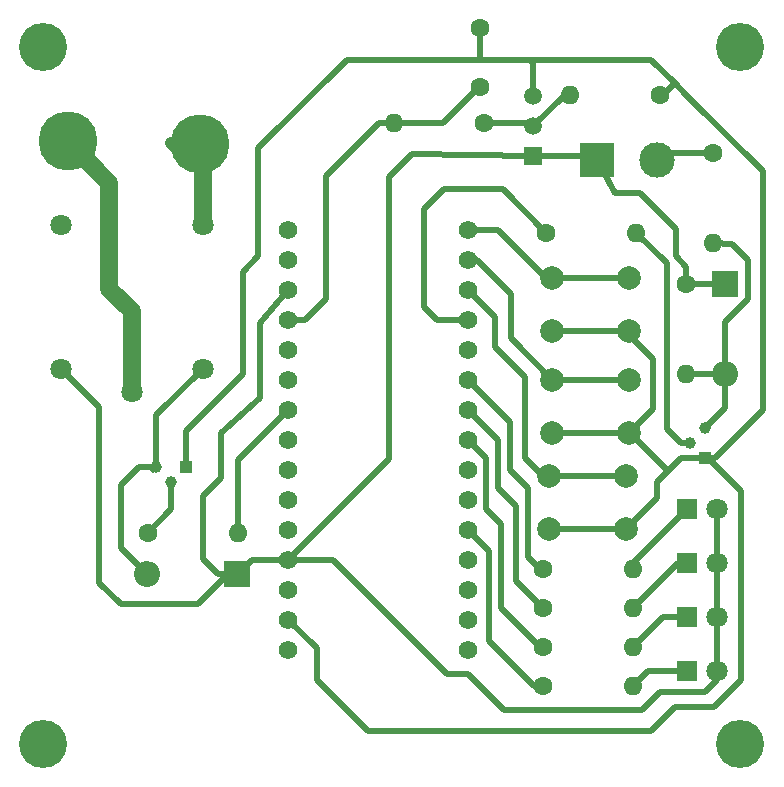
<source format=gbr>
G04 #@! TF.FileFunction,Copper,L2,Bot,Signal*
%FSLAX46Y46*%
G04 Gerber Fmt 4.6, Leading zero omitted, Abs format (unit mm)*
G04 Created by KiCad (PCBNEW 4.0.7) date 03/29/20 17:22:54*
%MOMM*%
%LPD*%
G01*
G04 APERTURE LIST*
%ADD10C,0.100000*%
%ADD11C,1.600000*%
%ADD12O,1.600000X1.600000*%
%ADD13C,1.800000*%
%ADD14C,1.574800*%
%ADD15R,1.800000X1.800000*%
%ADD16R,3.000000X3.000000*%
%ADD17C,3.000000*%
%ADD18C,1.000000*%
%ADD19R,1.000000X1.000000*%
%ADD20C,2.000000*%
%ADD21C,4.064000*%
%ADD22R,2.200000X2.200000*%
%ADD23O,2.200000X2.200000*%
%ADD24C,5.000000*%
%ADD25C,1.520000*%
%ADD26R,1.520000X1.520000*%
%ADD27C,0.500000*%
%ADD28C,1.500000*%
%ADD29C,1.000000*%
G04 APERTURE END LIST*
D10*
D11*
X171875000Y-83700000D03*
D12*
X179495000Y-83700000D03*
D13*
X164550000Y-69800000D03*
X164550000Y-57600000D03*
X176550000Y-57600000D03*
X170550000Y-71800000D03*
X176550000Y-69800000D03*
D14*
X183800000Y-93590000D03*
X199040000Y-93590000D03*
X183800000Y-91050000D03*
X199040000Y-91050000D03*
X183800000Y-88510000D03*
X199040000Y-88510000D03*
X183800000Y-85970000D03*
X199040000Y-85970000D03*
X183800000Y-83430000D03*
X199040000Y-83430000D03*
X183800000Y-80890000D03*
X199040000Y-80890000D03*
X183800000Y-78350000D03*
X199040000Y-78350000D03*
X183800000Y-75810000D03*
X199040000Y-75810000D03*
X183800000Y-73270000D03*
X199040000Y-73270000D03*
X183800000Y-70730000D03*
X199040000Y-70730000D03*
X183800000Y-68190000D03*
X199040000Y-68190000D03*
X183800000Y-65650000D03*
X199040000Y-65650000D03*
X183800000Y-63110000D03*
X199040000Y-63110000D03*
X183800000Y-60570000D03*
X199040000Y-60570000D03*
X183800000Y-58030000D03*
X199040000Y-58030000D03*
D15*
X217582000Y-95368000D03*
D13*
X220122000Y-95368000D03*
D15*
X217582000Y-90796000D03*
D13*
X220122000Y-90796000D03*
D15*
X217582000Y-86224000D03*
D13*
X220122000Y-86224000D03*
D16*
X209900000Y-52125000D03*
D17*
X214980000Y-52125000D03*
D18*
X217836000Y-76064000D03*
X219106000Y-74794000D03*
D19*
X219106000Y-77334000D03*
D11*
X200330000Y-48980000D03*
D12*
X192710000Y-48980000D03*
D11*
X217500000Y-62600000D03*
D12*
X217500000Y-70220000D03*
D11*
X205644000Y-58284000D03*
D12*
X213264000Y-58284000D03*
D11*
X219750000Y-51575000D03*
D12*
X219750000Y-59195000D03*
D20*
X205898000Y-83358000D03*
X205898000Y-78858000D03*
X212398000Y-83358000D03*
X212398000Y-78858000D03*
X206152000Y-75230000D03*
X206152000Y-70730000D03*
X212652000Y-75230000D03*
X212652000Y-70730000D03*
X206152000Y-66594000D03*
X206152000Y-62094000D03*
X212652000Y-66594000D03*
X212652000Y-62094000D03*
D11*
X205390000Y-96638000D03*
D12*
X213010000Y-96638000D03*
D11*
X205390000Y-93336000D03*
D12*
X213010000Y-93336000D03*
D11*
X205390000Y-90034000D03*
D12*
X213010000Y-90034000D03*
D21*
X222000000Y-101600000D03*
X163000000Y-101600000D03*
X163000000Y-42600000D03*
X222000000Y-42600000D03*
D22*
X179475000Y-87225000D03*
D23*
X171855000Y-87225000D03*
D22*
X220800000Y-62600000D03*
D23*
X220800000Y-70220000D03*
D18*
X173894000Y-79366000D03*
X172624000Y-78096000D03*
D19*
X175164000Y-78096000D03*
D15*
X217582000Y-81652000D03*
D13*
X220122000Y-81652000D03*
D11*
X205390000Y-86732000D03*
D12*
X213010000Y-86732000D03*
D24*
X165150000Y-50550000D03*
X176350000Y-50800000D03*
D25*
X204550000Y-49235000D03*
X204550000Y-46695000D03*
D26*
X204550000Y-51775000D03*
D11*
X199990000Y-45990000D03*
X199990000Y-40990000D03*
X215296000Y-46600000D03*
D12*
X207676000Y-46600000D03*
D27*
X204550000Y-51775000D02*
X209550000Y-51775000D01*
X209550000Y-51775000D02*
X209900000Y-52125000D01*
X209362000Y-51587000D02*
X209900000Y-52125000D01*
X220800000Y-62600000D02*
X217500000Y-62600000D01*
X217500000Y-62600000D02*
X217500000Y-61180000D01*
X211450000Y-54950000D02*
X209900000Y-52125000D01*
X213550000Y-54960000D02*
X211450000Y-54950000D01*
X216590000Y-58000000D02*
X213550000Y-54960000D01*
X216590000Y-60270000D02*
X216590000Y-58000000D01*
X217500000Y-61180000D02*
X216590000Y-60270000D01*
X209900000Y-52125000D02*
X209900000Y-51485000D01*
X179475000Y-87225000D02*
X178655000Y-87225000D01*
X178655000Y-87225000D02*
X176190000Y-89690000D01*
X167810000Y-73060000D02*
X164550000Y-69800000D01*
X167810000Y-87910000D02*
X167810000Y-73060000D01*
X169590000Y-89690000D02*
X167810000Y-87910000D01*
X176190000Y-89690000D02*
X169590000Y-89690000D01*
X179475000Y-87225000D02*
X177865000Y-87225000D01*
X181390000Y-65910000D02*
X183800000Y-63110000D01*
X181390000Y-72310000D02*
X181390000Y-65910000D01*
X178090000Y-75220000D02*
X181390000Y-72310000D01*
X178090000Y-79070000D02*
X178090000Y-75220000D01*
X176580000Y-80580000D02*
X178090000Y-79070000D01*
X176580000Y-85940000D02*
X176580000Y-80580000D01*
X177865000Y-87225000D02*
X176580000Y-85940000D01*
X183800000Y-85970000D02*
X180730000Y-85970000D01*
X180730000Y-85970000D02*
X179475000Y-87225000D01*
X220122000Y-95368000D02*
X220122000Y-96130000D01*
X220122000Y-96130000D02*
X219106000Y-97146000D01*
X187610000Y-85970000D02*
X183800000Y-85970000D01*
X197262000Y-95622000D02*
X187610000Y-85970000D01*
X199040000Y-95622000D02*
X197262000Y-95622000D01*
X202088000Y-98670000D02*
X199040000Y-95622000D01*
X213772000Y-98670000D02*
X202088000Y-98670000D01*
X215296000Y-97146000D02*
X213772000Y-98670000D01*
X219106000Y-97146000D02*
X215296000Y-97146000D01*
X220122000Y-90796000D02*
X220122000Y-95368000D01*
X220122000Y-86224000D02*
X220122000Y-90796000D01*
X220122000Y-86224000D02*
X220122000Y-81652000D01*
X204550000Y-51775000D02*
X194260000Y-51650000D01*
X194260000Y-51650000D02*
X192330000Y-53580000D01*
X192330000Y-53580000D02*
X192330000Y-77440000D01*
X192330000Y-77440000D02*
X183800000Y-85970000D01*
X215296000Y-46600000D02*
X215550000Y-46600000D01*
X215550000Y-46600000D02*
X216515000Y-45635000D01*
X215296000Y-46600000D02*
X215296000Y-46346000D01*
X199990000Y-40990000D02*
X199990000Y-43470000D01*
X199990000Y-43470000D02*
X200160000Y-43640000D01*
X204550000Y-46695000D02*
X204550000Y-43925000D01*
X204550000Y-43925000D02*
X204265000Y-43640000D01*
X211275000Y-43640000D02*
X214520000Y-43640000D01*
X223950000Y-53070000D02*
X217480000Y-46600000D01*
X223950000Y-73270000D02*
X223950000Y-53070000D01*
X219886000Y-77334000D02*
X223950000Y-73270000D01*
X219886000Y-77334000D02*
X219106000Y-77334000D01*
X214520000Y-43640000D02*
X216515000Y-45635000D01*
X216515000Y-45635000D02*
X217480000Y-46600000D01*
X181270000Y-53700000D02*
X181270000Y-51105000D01*
X188735000Y-43640000D02*
X200160000Y-43640000D01*
X200160000Y-43640000D02*
X202450000Y-43640000D01*
X181270000Y-51105000D02*
X188735000Y-43640000D01*
X186222500Y-96152500D02*
X186222500Y-93472500D01*
X186222500Y-93472500D02*
X183800000Y-91050000D01*
X214534000Y-100448000D02*
X190518000Y-100448000D01*
X190518000Y-100448000D02*
X186222500Y-96152500D01*
X186222500Y-96152500D02*
X186200000Y-96130000D01*
X219360000Y-77334000D02*
X222154000Y-80128000D01*
X216566000Y-98416000D02*
X214534000Y-100448000D01*
X219868000Y-98416000D02*
X216566000Y-98416000D01*
X222154000Y-96130000D02*
X219868000Y-98416000D01*
X222154000Y-80128000D02*
X222154000Y-96130000D01*
X175164000Y-78096000D02*
X175164000Y-75066000D01*
X181270000Y-60300000D02*
X181270000Y-53700000D01*
X179990000Y-61580000D02*
X181270000Y-60300000D01*
X179990000Y-70240000D02*
X179990000Y-61580000D01*
X175164000Y-75066000D02*
X179990000Y-70240000D01*
X219106000Y-77334000D02*
X219360000Y-77334000D01*
X202450000Y-43640000D02*
X203190000Y-43640000D01*
X203190000Y-43640000D02*
X204265000Y-43640000D01*
X204265000Y-43640000D02*
X211275000Y-43640000D01*
X211275000Y-43640000D02*
X211790000Y-43640000D01*
X212652000Y-66594000D02*
X212652000Y-66912000D01*
X212652000Y-66912000D02*
X214690000Y-68950000D01*
X214690000Y-73192000D02*
X212652000Y-75230000D01*
X214690000Y-68950000D02*
X214690000Y-73192000D01*
X212652000Y-75230000D02*
X212690000Y-75230000D01*
X212690000Y-75230000D02*
X215935000Y-78475000D01*
X219106000Y-77334000D02*
X217076000Y-77334000D01*
X217076000Y-77334000D02*
X215935000Y-78475000D01*
X215030000Y-80726000D02*
X212398000Y-83358000D01*
X215030000Y-79380000D02*
X215030000Y-80726000D01*
X215935000Y-78475000D02*
X215030000Y-79380000D01*
X212652000Y-66594000D02*
X206152000Y-66594000D01*
X206152000Y-75230000D02*
X212652000Y-75230000D01*
X205898000Y-83358000D02*
X212562000Y-83358000D01*
X217582000Y-95368000D02*
X214280000Y-95368000D01*
X214280000Y-95368000D02*
X213010000Y-96638000D01*
X205390000Y-96638000D02*
X204628000Y-96638000D01*
X204628000Y-96638000D02*
X200818000Y-92828000D01*
X200818000Y-92828000D02*
X200818000Y-85208000D01*
X200818000Y-85208000D02*
X199040000Y-83430000D01*
X199040000Y-83430000D02*
X199040000Y-83480000D01*
X173894000Y-79366000D02*
X173894000Y-81681000D01*
X173894000Y-81681000D02*
X171875000Y-83700000D01*
X220800000Y-70220000D02*
X217500000Y-70220000D01*
X219750000Y-59195000D02*
X221370000Y-59220000D01*
X220800000Y-65870000D02*
X220800000Y-70220000D01*
X222730000Y-63940000D02*
X220800000Y-65870000D01*
X222730000Y-60580000D02*
X222730000Y-63940000D01*
X221370000Y-59220000D02*
X222730000Y-60580000D01*
X220800000Y-70220000D02*
X220800000Y-73100000D01*
X220800000Y-73100000D02*
X219106000Y-74794000D01*
X217836000Y-76064000D02*
X217054000Y-76064000D01*
X215860000Y-60880000D02*
X213264000Y-58284000D01*
X215860000Y-74870000D02*
X215860000Y-60880000D01*
X217054000Y-76064000D02*
X215860000Y-74870000D01*
X179495000Y-83700000D02*
X179495000Y-77575000D01*
X179495000Y-77575000D02*
X183800000Y-73270000D01*
X199990000Y-45990000D02*
X199910000Y-45990000D01*
X199910000Y-45990000D02*
X196920000Y-48980000D01*
X196920000Y-48980000D02*
X192710000Y-48980000D01*
X192710000Y-48980000D02*
X191510000Y-48980000D01*
X185250000Y-65650000D02*
X183800000Y-65650000D01*
X186970000Y-63930000D02*
X185250000Y-65650000D01*
X186970000Y-53520000D02*
X186970000Y-63930000D01*
X191510000Y-48980000D02*
X186970000Y-53520000D01*
X199040000Y-65650000D02*
X196370000Y-65650000D01*
X201960000Y-54600000D02*
X205644000Y-58284000D01*
X196940000Y-54600000D02*
X201960000Y-54600000D01*
X195300000Y-56240000D02*
X196940000Y-54600000D01*
X195300000Y-64580000D02*
X195300000Y-56240000D01*
X196370000Y-65650000D02*
X195300000Y-64580000D01*
X205898000Y-78858000D02*
X205390000Y-78858000D01*
X205390000Y-78858000D02*
X203866000Y-77334000D01*
X201326000Y-65396000D02*
X199040000Y-63110000D01*
X201326000Y-67936000D02*
X201326000Y-65396000D01*
X203866000Y-70476000D02*
X201326000Y-67936000D01*
X203866000Y-77334000D02*
X203866000Y-70476000D01*
X205898000Y-78858000D02*
X212398000Y-78858000D01*
X199040000Y-60570000D02*
X199750000Y-60570000D01*
X199750000Y-60570000D02*
X202620000Y-63440000D01*
X202620000Y-67198000D02*
X206152000Y-70730000D01*
X202620000Y-63440000D02*
X202620000Y-67198000D01*
X206152000Y-70730000D02*
X212652000Y-70730000D01*
X212652000Y-62094000D02*
X206152000Y-62094000D01*
X206152000Y-62094000D02*
X205654000Y-62094000D01*
X205654000Y-62094000D02*
X201590000Y-58030000D01*
X201590000Y-58030000D02*
X199040000Y-58030000D01*
X219750000Y-51575000D02*
X215568000Y-51537000D01*
X215568000Y-51537000D02*
X214980000Y-52125000D01*
X205390000Y-93336000D02*
X205136000Y-93336000D01*
X205136000Y-93336000D02*
X201834000Y-90034000D01*
X201834000Y-90034000D02*
X201834000Y-82922000D01*
X201834000Y-82922000D02*
X200564000Y-81652000D01*
X200564000Y-81652000D02*
X200564000Y-77334000D01*
X200564000Y-77334000D02*
X199040000Y-75810000D01*
X199520000Y-75810000D02*
X199040000Y-75810000D01*
X205390000Y-90034000D02*
X203104000Y-87748000D01*
X201580000Y-75810000D02*
X199040000Y-73270000D01*
X201580000Y-79874000D02*
X201580000Y-75810000D01*
X203104000Y-81398000D02*
X201580000Y-79874000D01*
X203104000Y-87748000D02*
X203104000Y-81398000D01*
X217582000Y-90796000D02*
X215550000Y-90796000D01*
X215550000Y-90796000D02*
X213010000Y-93336000D01*
X217582000Y-86224000D02*
X216820000Y-86224000D01*
X216820000Y-86224000D02*
X213010000Y-90034000D01*
X172624000Y-78096000D02*
X171184000Y-78096000D01*
X169650000Y-85020000D02*
X171855000Y-87225000D01*
X169650000Y-79630000D02*
X169650000Y-85020000D01*
X171184000Y-78096000D02*
X169650000Y-79630000D01*
X172624000Y-78096000D02*
X172624000Y-73726000D01*
X172624000Y-73726000D02*
X176550000Y-69800000D01*
X172370000Y-78350000D02*
X172624000Y-78096000D01*
X205390000Y-86732000D02*
X205136000Y-86732000D01*
X205136000Y-86732000D02*
X204120000Y-85716000D01*
X204120000Y-85716000D02*
X204120000Y-79874000D01*
X204120000Y-79874000D02*
X202596000Y-78350000D01*
X202596000Y-78350000D02*
X202596000Y-74286000D01*
X202596000Y-74286000D02*
X199040000Y-70730000D01*
X213010000Y-86732000D02*
X213010000Y-86224000D01*
X213010000Y-86224000D02*
X217582000Y-81652000D01*
D28*
X170550000Y-71800000D02*
X170550000Y-64930000D01*
X168640000Y-54040000D02*
X165150000Y-50550000D01*
X168640000Y-63020000D02*
X168640000Y-54040000D01*
X170550000Y-64930000D02*
X168640000Y-63020000D01*
X176550000Y-57600000D02*
X176550000Y-51000000D01*
X176550000Y-51000000D02*
X176350000Y-50800000D01*
D29*
X174306000Y-51076000D02*
X173894000Y-50664000D01*
D27*
X207676000Y-46600000D02*
X207185000Y-46600000D01*
X207185000Y-46600000D02*
X204550000Y-49235000D01*
X200330000Y-48980000D02*
X204295000Y-48980000D01*
X204295000Y-48980000D02*
X204550000Y-49235000D01*
X204650000Y-49135000D02*
X204550000Y-49235000D01*
M02*

</source>
